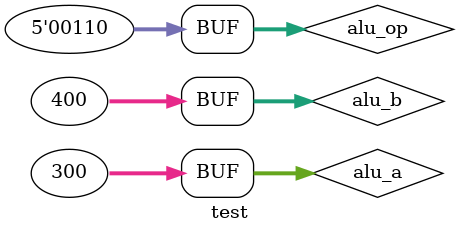
<source format=v>
`timescale 1ns / 1ps


module test;

	// Inputs
	reg [31:0] alu_a;
	reg [31:0] alu_b;
	reg [4:0] alu_op;

	// Outputs
	wire [31:0] alu_out;

	// Instantiate the Unit Under Test (UUT)
	ALU uut (
		.alu_a(alu_a), 
		.alu_b(alu_b), 
		.alu_op(alu_op), 
		.alu_out(alu_out)
	);

	initial begin
		// Initialize Inputs
		alu_a = 300;
		alu_b = 400;
		alu_op = 0;

		// Wait 100 ns for global reset to finish
		#100;
        
		// Add stimulus here
		alu_op = 1;
		#100;
		alu_op = 2;
		#100;
		alu_op = 3;
		#100;
		alu_op = 4;
		#100;
		alu_op = 5;
		#100;
		alu_op = 6;
	end
      
endmodule


</source>
